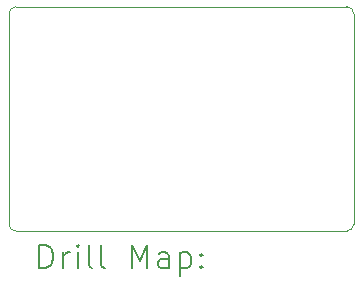
<source format=gbr>
%TF.GenerationSoftware,KiCad,Pcbnew,8.0.0*%
%TF.CreationDate,2024-09-22T12:37:04-04:00*%
%TF.ProjectId,MainBoard,4d61696e-426f-4617-9264-2e6b69636164,rev?*%
%TF.SameCoordinates,Original*%
%TF.FileFunction,Drillmap*%
%TF.FilePolarity,Positive*%
%FSLAX45Y45*%
G04 Gerber Fmt 4.5, Leading zero omitted, Abs format (unit mm)*
G04 Created by KiCad (PCBNEW 8.0.0) date 2024-09-22 12:37:04*
%MOMM*%
%LPD*%
G01*
G04 APERTURE LIST*
%ADD10C,0.050000*%
%ADD11C,0.200000*%
G04 APERTURE END LIST*
D10*
X8580000Y-9240000D02*
X11380000Y-9240000D01*
X8520000Y-7400000D02*
X8520000Y-9180000D01*
X11380000Y-7340000D02*
G75*
G02*
X11440000Y-7400000I0J-60000D01*
G01*
X11440000Y-9180000D02*
G75*
G02*
X11380000Y-9240000I-60000J0D01*
G01*
X11380000Y-7340000D02*
X8580000Y-7340000D01*
X11440000Y-9180000D02*
X11440000Y-7400000D01*
X8520000Y-7400000D02*
G75*
G02*
X8580000Y-7340000I60000J0D01*
G01*
X8580000Y-9240000D02*
G75*
G02*
X8520000Y-9180000I0J60000D01*
G01*
D11*
X8778277Y-9553984D02*
X8778277Y-9353984D01*
X8778277Y-9353984D02*
X8825896Y-9353984D01*
X8825896Y-9353984D02*
X8854467Y-9363508D01*
X8854467Y-9363508D02*
X8873515Y-9382555D01*
X8873515Y-9382555D02*
X8883039Y-9401603D01*
X8883039Y-9401603D02*
X8892563Y-9439698D01*
X8892563Y-9439698D02*
X8892563Y-9468270D01*
X8892563Y-9468270D02*
X8883039Y-9506365D01*
X8883039Y-9506365D02*
X8873515Y-9525412D01*
X8873515Y-9525412D02*
X8854467Y-9544460D01*
X8854467Y-9544460D02*
X8825896Y-9553984D01*
X8825896Y-9553984D02*
X8778277Y-9553984D01*
X8978277Y-9553984D02*
X8978277Y-9420650D01*
X8978277Y-9458746D02*
X8987801Y-9439698D01*
X8987801Y-9439698D02*
X8997324Y-9430174D01*
X8997324Y-9430174D02*
X9016372Y-9420650D01*
X9016372Y-9420650D02*
X9035420Y-9420650D01*
X9102086Y-9553984D02*
X9102086Y-9420650D01*
X9102086Y-9353984D02*
X9092563Y-9363508D01*
X9092563Y-9363508D02*
X9102086Y-9373031D01*
X9102086Y-9373031D02*
X9111610Y-9363508D01*
X9111610Y-9363508D02*
X9102086Y-9353984D01*
X9102086Y-9353984D02*
X9102086Y-9373031D01*
X9225896Y-9553984D02*
X9206848Y-9544460D01*
X9206848Y-9544460D02*
X9197324Y-9525412D01*
X9197324Y-9525412D02*
X9197324Y-9353984D01*
X9330658Y-9553984D02*
X9311610Y-9544460D01*
X9311610Y-9544460D02*
X9302086Y-9525412D01*
X9302086Y-9525412D02*
X9302086Y-9353984D01*
X9559229Y-9553984D02*
X9559229Y-9353984D01*
X9559229Y-9353984D02*
X9625896Y-9496841D01*
X9625896Y-9496841D02*
X9692563Y-9353984D01*
X9692563Y-9353984D02*
X9692563Y-9553984D01*
X9873515Y-9553984D02*
X9873515Y-9449222D01*
X9873515Y-9449222D02*
X9863991Y-9430174D01*
X9863991Y-9430174D02*
X9844944Y-9420650D01*
X9844944Y-9420650D02*
X9806848Y-9420650D01*
X9806848Y-9420650D02*
X9787801Y-9430174D01*
X9873515Y-9544460D02*
X9854467Y-9553984D01*
X9854467Y-9553984D02*
X9806848Y-9553984D01*
X9806848Y-9553984D02*
X9787801Y-9544460D01*
X9787801Y-9544460D02*
X9778277Y-9525412D01*
X9778277Y-9525412D02*
X9778277Y-9506365D01*
X9778277Y-9506365D02*
X9787801Y-9487317D01*
X9787801Y-9487317D02*
X9806848Y-9477793D01*
X9806848Y-9477793D02*
X9854467Y-9477793D01*
X9854467Y-9477793D02*
X9873515Y-9468270D01*
X9968753Y-9420650D02*
X9968753Y-9620650D01*
X9968753Y-9430174D02*
X9987801Y-9420650D01*
X9987801Y-9420650D02*
X10025896Y-9420650D01*
X10025896Y-9420650D02*
X10044944Y-9430174D01*
X10044944Y-9430174D02*
X10054467Y-9439698D01*
X10054467Y-9439698D02*
X10063991Y-9458746D01*
X10063991Y-9458746D02*
X10063991Y-9515889D01*
X10063991Y-9515889D02*
X10054467Y-9534936D01*
X10054467Y-9534936D02*
X10044944Y-9544460D01*
X10044944Y-9544460D02*
X10025896Y-9553984D01*
X10025896Y-9553984D02*
X9987801Y-9553984D01*
X9987801Y-9553984D02*
X9968753Y-9544460D01*
X10149705Y-9534936D02*
X10159229Y-9544460D01*
X10159229Y-9544460D02*
X10149705Y-9553984D01*
X10149705Y-9553984D02*
X10140182Y-9544460D01*
X10140182Y-9544460D02*
X10149705Y-9534936D01*
X10149705Y-9534936D02*
X10149705Y-9553984D01*
X10149705Y-9430174D02*
X10159229Y-9439698D01*
X10159229Y-9439698D02*
X10149705Y-9449222D01*
X10149705Y-9449222D02*
X10140182Y-9439698D01*
X10140182Y-9439698D02*
X10149705Y-9430174D01*
X10149705Y-9430174D02*
X10149705Y-9449222D01*
M02*

</source>
